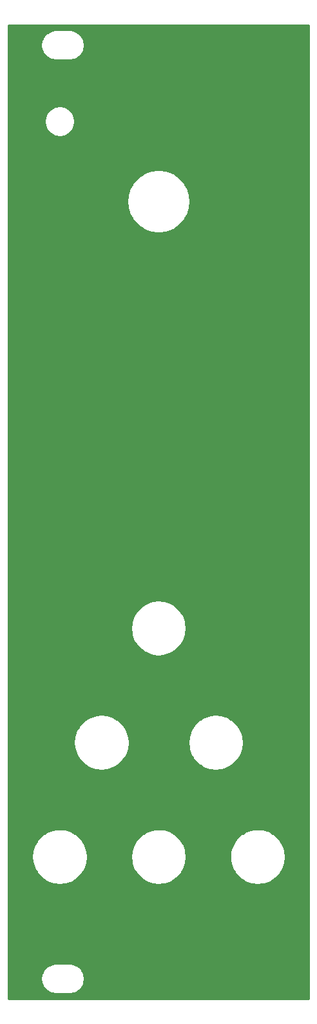
<source format=gbl>
G04 #@! TF.GenerationSoftware,KiCad,Pcbnew,(5.0.0-rc2)*
G04 #@! TF.CreationDate,2020-07-08T18:56:34+03:00*
G04 #@! TF.ProjectId,MODPNL2,4D4F44504E4C322E6B696361645F7063,rev?*
G04 #@! TF.SameCoordinates,PX2593240PY82a7440*
G04 #@! TF.FileFunction,Copper,L2,Bot,Signal*
G04 #@! TF.FilePolarity,Positive*
%FSLAX46Y46*%
G04 Gerber Fmt 4.6, Leading zero omitted, Abs format (unit mm)*
G04 Created by KiCad (PCBNEW (5.0.0-rc2)) date Wed Jul  8 18:56:34 2020*
%MOMM*%
%LPD*%
G01*
G04 APERTURE LIST*
G04 #@! TA.AperFunction,NonConductor*
%ADD10C,0.254000*%
G04 #@! TD*
G04 APERTURE END LIST*
D10*
G36*
X39823000Y377000D02*
X377000Y377000D01*
X377000Y3060540D01*
X4617764Y3060540D01*
X4617765Y3000000D01*
X4617764Y2939460D01*
X4617766Y2939454D01*
X4696074Y2445039D01*
X4696074Y2445033D01*
X4733490Y2329879D01*
X4960753Y1883850D01*
X5031923Y1785893D01*
X5031927Y1785890D01*
X5385893Y1431923D01*
X5483850Y1360753D01*
X5929879Y1133490D01*
X6045033Y1096074D01*
X6045039Y1096074D01*
X6531969Y1018951D01*
X6561888Y1013000D01*
X8438112Y1013000D01*
X8468035Y1018952D01*
X8954961Y1096074D01*
X8954967Y1096074D01*
X9070121Y1133490D01*
X9516150Y1360753D01*
X9614107Y1431923D01*
X9614110Y1431927D01*
X9968078Y1785894D01*
X10039247Y1883850D01*
X10266510Y2329879D01*
X10303926Y2445033D01*
X10303926Y2445039D01*
X10382234Y2939455D01*
X10382236Y2939460D01*
X10382236Y3060540D01*
X10382234Y3060545D01*
X10303926Y3554961D01*
X10303926Y3554967D01*
X10266510Y3670121D01*
X10039247Y4116150D01*
X9995131Y4176870D01*
X9968078Y4214106D01*
X9614110Y4568073D01*
X9614107Y4568077D01*
X9516150Y4639247D01*
X9070121Y4866510D01*
X8954967Y4903926D01*
X8954961Y4903926D01*
X8468035Y4981048D01*
X8438112Y4987000D01*
X6561888Y4987000D01*
X6531969Y4981049D01*
X6045039Y4903926D01*
X6045033Y4903926D01*
X5929879Y4866510D01*
X5483850Y4639247D01*
X5385894Y4568078D01*
X5031927Y4214110D01*
X5031923Y4214107D01*
X4960753Y4116150D01*
X4733490Y3670121D01*
X4696074Y3554967D01*
X4696074Y3554961D01*
X4617766Y3060546D01*
X4617764Y3060540D01*
X377000Y3060540D01*
X377000Y18948940D01*
X3443356Y18948940D01*
X3523000Y18318498D01*
X3523000Y18288490D01*
X3528454Y18275322D01*
X3545539Y18140085D01*
X3824382Y17373969D01*
X4041095Y17037697D01*
X4067565Y16973792D01*
X4108949Y16932408D01*
X4266028Y16688669D01*
X4848526Y16118245D01*
X5042359Y15998998D01*
X5073792Y15967565D01*
X5133969Y15942639D01*
X5542925Y15691047D01*
X6314713Y15428309D01*
X7125530Y15343089D01*
X7795683Y15423000D01*
X7811510Y15423000D01*
X7817908Y15425650D01*
X7935079Y15439622D01*
X8703123Y15713110D01*
X9062494Y15941174D01*
X9126208Y15967565D01*
X9164642Y16005999D01*
X9391490Y16149961D01*
X9965967Y16728463D01*
X10097330Y16938687D01*
X10132435Y16973792D01*
X10158329Y17036306D01*
X10398002Y17419862D01*
X10666121Y18189797D01*
X10751272Y18948940D01*
X16443356Y18948940D01*
X16523000Y18318498D01*
X16523000Y18288490D01*
X16528454Y18275322D01*
X16545539Y18140085D01*
X16824382Y17373969D01*
X17041095Y17037697D01*
X17067565Y16973792D01*
X17108949Y16932408D01*
X17266028Y16688669D01*
X17848526Y16118245D01*
X18042359Y15998998D01*
X18073792Y15967565D01*
X18133969Y15942639D01*
X18542925Y15691047D01*
X19314713Y15428309D01*
X20125530Y15343089D01*
X20795683Y15423000D01*
X20811510Y15423000D01*
X20817908Y15425650D01*
X20935079Y15439622D01*
X21703123Y15713110D01*
X22062494Y15941174D01*
X22126208Y15967565D01*
X22164642Y16005999D01*
X22391490Y16149961D01*
X22965967Y16728463D01*
X23097330Y16938687D01*
X23132435Y16973792D01*
X23158329Y17036306D01*
X23398002Y17419862D01*
X23666121Y18189797D01*
X23751272Y18948940D01*
X29443356Y18948940D01*
X29523000Y18318498D01*
X29523000Y18288490D01*
X29528454Y18275322D01*
X29545539Y18140085D01*
X29824382Y17373969D01*
X30041095Y17037697D01*
X30067565Y16973792D01*
X30108949Y16932408D01*
X30266028Y16688669D01*
X30848526Y16118245D01*
X31042359Y15998998D01*
X31073792Y15967565D01*
X31133969Y15942639D01*
X31542925Y15691047D01*
X32314713Y15428309D01*
X33125530Y15343089D01*
X33795683Y15423000D01*
X33811510Y15423000D01*
X33817908Y15425650D01*
X33935079Y15439622D01*
X34703123Y15713110D01*
X35062494Y15941174D01*
X35126208Y15967565D01*
X35164642Y16005999D01*
X35391490Y16149961D01*
X35965967Y16728463D01*
X36097330Y16938687D01*
X36132435Y16973792D01*
X36158329Y17036306D01*
X36398002Y17419862D01*
X36666121Y18189797D01*
X36757000Y19000000D01*
X36755574Y19102109D01*
X36677000Y19661195D01*
X36677000Y19711510D01*
X36666297Y19737348D01*
X36642109Y19909459D01*
X36352596Y20671607D01*
X36157990Y20964512D01*
X36132435Y21026208D01*
X36086442Y21072201D01*
X35901425Y21350674D01*
X35311019Y21912910D01*
X35149372Y22009271D01*
X35126208Y22032435D01*
X35074777Y22053738D01*
X34610723Y22330370D01*
X33835342Y22582307D01*
X33023414Y22656198D01*
X32429855Y22577000D01*
X32388490Y22577000D01*
X32368833Y22568858D01*
X32215292Y22548371D01*
X31451141Y22264186D01*
X31136993Y22058614D01*
X31073792Y22032435D01*
X31029874Y21988517D01*
X30768940Y21817767D01*
X30202597Y21231301D01*
X30095009Y21053652D01*
X30067565Y21026208D01*
X30044143Y20969662D01*
X29780258Y20533936D01*
X29522914Y19760333D01*
X29443356Y18948940D01*
X23751272Y18948940D01*
X23757000Y19000000D01*
X23755574Y19102109D01*
X23677000Y19661195D01*
X23677000Y19711510D01*
X23666297Y19737348D01*
X23642109Y19909459D01*
X23352596Y20671607D01*
X23157990Y20964512D01*
X23132435Y21026208D01*
X23086442Y21072201D01*
X22901425Y21350674D01*
X22311019Y21912910D01*
X22149372Y22009271D01*
X22126208Y22032435D01*
X22074777Y22053738D01*
X21610723Y22330370D01*
X20835342Y22582307D01*
X20023414Y22656198D01*
X19429855Y22577000D01*
X19388490Y22577000D01*
X19368833Y22568858D01*
X19215292Y22548371D01*
X18451141Y22264186D01*
X18136993Y22058614D01*
X18073792Y22032435D01*
X18029874Y21988517D01*
X17768940Y21817767D01*
X17202597Y21231301D01*
X17095009Y21053652D01*
X17067565Y21026208D01*
X17044143Y20969662D01*
X16780258Y20533936D01*
X16522914Y19760333D01*
X16443356Y18948940D01*
X10751272Y18948940D01*
X10757000Y19000000D01*
X10755574Y19102109D01*
X10677000Y19661195D01*
X10677000Y19711510D01*
X10666297Y19737348D01*
X10642109Y19909459D01*
X10352596Y20671607D01*
X10157990Y20964512D01*
X10132435Y21026208D01*
X10086442Y21072201D01*
X9901425Y21350674D01*
X9311019Y21912910D01*
X9149372Y22009271D01*
X9126208Y22032435D01*
X9074777Y22053738D01*
X8610723Y22330370D01*
X7835342Y22582307D01*
X7023414Y22656198D01*
X6429855Y22577000D01*
X6388490Y22577000D01*
X6368833Y22568858D01*
X6215292Y22548371D01*
X5451141Y22264186D01*
X5136993Y22058614D01*
X5073792Y22032435D01*
X5029874Y21988517D01*
X4768940Y21817767D01*
X4202597Y21231301D01*
X4095009Y21053652D01*
X4067565Y21026208D01*
X4044143Y20969662D01*
X3780258Y20533936D01*
X3522914Y19760333D01*
X3443356Y18948940D01*
X377000Y18948940D01*
X377000Y33948940D01*
X8943356Y33948940D01*
X9023000Y33318498D01*
X9023000Y33288490D01*
X9028454Y33275322D01*
X9045539Y33140085D01*
X9324382Y32373969D01*
X9541095Y32037697D01*
X9567565Y31973792D01*
X9608949Y31932408D01*
X9766028Y31688669D01*
X10348526Y31118245D01*
X10542359Y30998998D01*
X10573792Y30967565D01*
X10633969Y30942639D01*
X11042925Y30691047D01*
X11814713Y30428309D01*
X12625530Y30343089D01*
X13295683Y30423000D01*
X13311510Y30423000D01*
X13317908Y30425650D01*
X13435079Y30439622D01*
X14203123Y30713110D01*
X14562494Y30941174D01*
X14626208Y30967565D01*
X14664642Y31005999D01*
X14891490Y31149961D01*
X15465967Y31728463D01*
X15597330Y31938687D01*
X15632435Y31973792D01*
X15658329Y32036306D01*
X15898002Y32419862D01*
X16166121Y33189797D01*
X16251272Y33948940D01*
X23943356Y33948940D01*
X24023000Y33318498D01*
X24023000Y33288490D01*
X24028454Y33275322D01*
X24045539Y33140085D01*
X24324382Y32373969D01*
X24541095Y32037697D01*
X24567565Y31973792D01*
X24608949Y31932408D01*
X24766028Y31688669D01*
X25348526Y31118245D01*
X25542359Y30998998D01*
X25573792Y30967565D01*
X25633969Y30942639D01*
X26042925Y30691047D01*
X26814713Y30428309D01*
X27625530Y30343089D01*
X28295683Y30423000D01*
X28311510Y30423000D01*
X28317908Y30425650D01*
X28435079Y30439622D01*
X29203123Y30713110D01*
X29562494Y30941174D01*
X29626208Y30967565D01*
X29664642Y31005999D01*
X29891490Y31149961D01*
X30465967Y31728463D01*
X30597330Y31938687D01*
X30632435Y31973792D01*
X30658329Y32036306D01*
X30898002Y32419862D01*
X31166121Y33189797D01*
X31257000Y34000000D01*
X31255574Y34102109D01*
X31177000Y34661195D01*
X31177000Y34711510D01*
X31166297Y34737348D01*
X31142109Y34909459D01*
X30852596Y35671607D01*
X30657990Y35964512D01*
X30632435Y36026208D01*
X30586442Y36072201D01*
X30401425Y36350674D01*
X29811019Y36912910D01*
X29649372Y37009271D01*
X29626208Y37032435D01*
X29574777Y37053738D01*
X29110723Y37330370D01*
X28335342Y37582307D01*
X27523414Y37656198D01*
X26929855Y37577000D01*
X26888490Y37577000D01*
X26868833Y37568858D01*
X26715292Y37548371D01*
X25951141Y37264186D01*
X25636993Y37058614D01*
X25573792Y37032435D01*
X25529874Y36988517D01*
X25268940Y36817767D01*
X24702597Y36231301D01*
X24595009Y36053652D01*
X24567565Y36026208D01*
X24544143Y35969662D01*
X24280258Y35533936D01*
X24022914Y34760333D01*
X23943356Y33948940D01*
X16251272Y33948940D01*
X16257000Y34000000D01*
X16255574Y34102109D01*
X16177000Y34661195D01*
X16177000Y34711510D01*
X16166297Y34737348D01*
X16142109Y34909459D01*
X15852596Y35671607D01*
X15657990Y35964512D01*
X15632435Y36026208D01*
X15586442Y36072201D01*
X15401425Y36350674D01*
X14811019Y36912910D01*
X14649372Y37009271D01*
X14626208Y37032435D01*
X14574777Y37053738D01*
X14110723Y37330370D01*
X13335342Y37582307D01*
X12523414Y37656198D01*
X11929855Y37577000D01*
X11888490Y37577000D01*
X11868833Y37568858D01*
X11715292Y37548371D01*
X10951141Y37264186D01*
X10636993Y37058614D01*
X10573792Y37032435D01*
X10529874Y36988517D01*
X10268940Y36817767D01*
X9702597Y36231301D01*
X9595009Y36053652D01*
X9567565Y36026208D01*
X9544143Y35969662D01*
X9280258Y35533936D01*
X9022914Y34760333D01*
X8943356Y33948940D01*
X377000Y33948940D01*
X377000Y48948940D01*
X16443356Y48948940D01*
X16523000Y48318498D01*
X16523000Y48288490D01*
X16528454Y48275322D01*
X16545539Y48140085D01*
X16824382Y47373969D01*
X17041095Y47037697D01*
X17067565Y46973792D01*
X17108949Y46932408D01*
X17266028Y46688669D01*
X17848526Y46118245D01*
X18042359Y45998998D01*
X18073792Y45967565D01*
X18133969Y45942639D01*
X18542925Y45691047D01*
X19314713Y45428309D01*
X20125530Y45343089D01*
X20795683Y45423000D01*
X20811510Y45423000D01*
X20817908Y45425650D01*
X20935079Y45439622D01*
X21703123Y45713110D01*
X22062494Y45941174D01*
X22126208Y45967565D01*
X22164642Y46005999D01*
X22391490Y46149961D01*
X22965967Y46728463D01*
X23097330Y46938687D01*
X23132435Y46973792D01*
X23158329Y47036306D01*
X23398002Y47419862D01*
X23666121Y48189797D01*
X23757000Y49000000D01*
X23755574Y49102109D01*
X23677000Y49661195D01*
X23677000Y49711510D01*
X23666297Y49737348D01*
X23642109Y49909459D01*
X23352596Y50671607D01*
X23157990Y50964512D01*
X23132435Y51026208D01*
X23086442Y51072201D01*
X22901425Y51350674D01*
X22311019Y51912910D01*
X22149372Y52009271D01*
X22126208Y52032435D01*
X22074777Y52053738D01*
X21610723Y52330370D01*
X20835342Y52582307D01*
X20023414Y52656198D01*
X19429855Y52577000D01*
X19388490Y52577000D01*
X19368833Y52568858D01*
X19215292Y52548371D01*
X18451141Y52264186D01*
X18136993Y52058614D01*
X18073792Y52032435D01*
X18029874Y51988517D01*
X17768940Y51817767D01*
X17202597Y51231301D01*
X17095009Y51053652D01*
X17067565Y51026208D01*
X17044143Y50969662D01*
X16780258Y50533936D01*
X16522914Y49760333D01*
X16443356Y48948940D01*
X377000Y48948940D01*
X377000Y105000000D01*
X15943000Y105000000D01*
X16023000Y104238847D01*
X16023000Y104189034D01*
X16030016Y104172096D01*
X16033840Y104135711D01*
X16302392Y103309196D01*
X16603386Y102787859D01*
X16643686Y102690565D01*
X16681240Y102653011D01*
X16736916Y102556577D01*
X17318424Y101910747D01*
X17702689Y101631562D01*
X17790565Y101543686D01*
X17867504Y101511817D01*
X18021500Y101399932D01*
X18815416Y101046458D01*
X19176034Y100969806D01*
X19289034Y100923000D01*
X19396239Y100923000D01*
X19665475Y100865772D01*
X20534525Y100865772D01*
X20803761Y100923000D01*
X20910966Y100923000D01*
X21023966Y100969806D01*
X21384584Y101046458D01*
X22178500Y101399932D01*
X22332496Y101511817D01*
X22409435Y101543686D01*
X22497311Y101631562D01*
X22881576Y101910747D01*
X23463084Y102556577D01*
X23518760Y102653011D01*
X23556314Y102690565D01*
X23596614Y102787859D01*
X23897608Y103309196D01*
X24166160Y104135711D01*
X24169984Y104172096D01*
X24177000Y104189034D01*
X24177000Y104238847D01*
X24257000Y105000000D01*
X24177000Y105761153D01*
X24177000Y105810966D01*
X24169984Y105827904D01*
X24166160Y105864289D01*
X23897608Y106690804D01*
X23596614Y107212141D01*
X23556314Y107309435D01*
X23518760Y107346989D01*
X23463084Y107443423D01*
X22881576Y108089253D01*
X22497311Y108368438D01*
X22409435Y108456314D01*
X22332496Y108488183D01*
X22178500Y108600068D01*
X21384584Y108953542D01*
X21023966Y109030194D01*
X20910966Y109077000D01*
X20803761Y109077000D01*
X20534525Y109134228D01*
X19665475Y109134228D01*
X19396239Y109077000D01*
X19289034Y109077000D01*
X19176034Y109030194D01*
X18815416Y108953542D01*
X18021500Y108600068D01*
X17867504Y108488183D01*
X17790565Y108456314D01*
X17702689Y108368438D01*
X17318424Y108089253D01*
X16736916Y107443423D01*
X16681240Y107346989D01*
X16643686Y107309435D01*
X16603386Y107212141D01*
X16302392Y106690804D01*
X16033840Y105864289D01*
X16030016Y105827904D01*
X16023000Y105810966D01*
X16023000Y105761153D01*
X15943000Y105000000D01*
X377000Y105000000D01*
X377000Y115500000D01*
X5093000Y115500000D01*
X5191230Y114879803D01*
X5476303Y114320315D01*
X5920315Y113876303D01*
X6479803Y113591230D01*
X7100000Y113493000D01*
X7720197Y113591230D01*
X8279685Y113876303D01*
X8723697Y114320315D01*
X9008770Y114879803D01*
X9107000Y115500000D01*
X9008770Y116120197D01*
X8723697Y116679685D01*
X8279685Y117123697D01*
X7720197Y117408770D01*
X7100000Y117507000D01*
X6479803Y117408770D01*
X5920315Y117123697D01*
X5476303Y116679685D01*
X5191230Y116120197D01*
X5093000Y115500000D01*
X377000Y115500000D01*
X377000Y125560540D01*
X4617764Y125560540D01*
X4617765Y125500000D01*
X4617764Y125439460D01*
X4617766Y125439454D01*
X4696074Y124945039D01*
X4696074Y124945033D01*
X4733490Y124829879D01*
X4960753Y124383850D01*
X5031923Y124285893D01*
X5031927Y124285890D01*
X5385893Y123931923D01*
X5483850Y123860753D01*
X5929879Y123633490D01*
X6045033Y123596074D01*
X6045039Y123596074D01*
X6531969Y123518951D01*
X6561888Y123513000D01*
X8438112Y123513000D01*
X8468035Y123518952D01*
X8954961Y123596074D01*
X8954967Y123596074D01*
X9070121Y123633490D01*
X9516150Y123860753D01*
X9614107Y123931923D01*
X9614110Y123931927D01*
X9968078Y124285894D01*
X10039247Y124383850D01*
X10266510Y124829879D01*
X10303926Y124945033D01*
X10303926Y124945039D01*
X10382234Y125439455D01*
X10382236Y125439460D01*
X10382236Y125560540D01*
X10382234Y125560545D01*
X10303926Y126054961D01*
X10303926Y126054967D01*
X10266510Y126170121D01*
X10039247Y126616150D01*
X9995131Y126676870D01*
X9968078Y126714106D01*
X9614110Y127068073D01*
X9614107Y127068077D01*
X9516150Y127139247D01*
X9070121Y127366510D01*
X8954967Y127403926D01*
X8954961Y127403926D01*
X8468035Y127481048D01*
X8438112Y127487000D01*
X6561888Y127487000D01*
X6531969Y127481049D01*
X6045039Y127403926D01*
X6045033Y127403926D01*
X5929879Y127366510D01*
X5483850Y127139247D01*
X5385894Y127068078D01*
X5031927Y126714110D01*
X5031923Y126714107D01*
X4960753Y126616150D01*
X4733490Y126170121D01*
X4696074Y126054967D01*
X4696074Y126054961D01*
X4617766Y125560546D01*
X4617764Y125560540D01*
X377000Y125560540D01*
X376999Y128123000D01*
X39823001Y128123000D01*
X39823000Y377000D01*
X39823000Y377000D01*
G37*
X39823000Y377000D02*
X377000Y377000D01*
X377000Y3060540D01*
X4617764Y3060540D01*
X4617765Y3000000D01*
X4617764Y2939460D01*
X4617766Y2939454D01*
X4696074Y2445039D01*
X4696074Y2445033D01*
X4733490Y2329879D01*
X4960753Y1883850D01*
X5031923Y1785893D01*
X5031927Y1785890D01*
X5385893Y1431923D01*
X5483850Y1360753D01*
X5929879Y1133490D01*
X6045033Y1096074D01*
X6045039Y1096074D01*
X6531969Y1018951D01*
X6561888Y1013000D01*
X8438112Y1013000D01*
X8468035Y1018952D01*
X8954961Y1096074D01*
X8954967Y1096074D01*
X9070121Y1133490D01*
X9516150Y1360753D01*
X9614107Y1431923D01*
X9614110Y1431927D01*
X9968078Y1785894D01*
X10039247Y1883850D01*
X10266510Y2329879D01*
X10303926Y2445033D01*
X10303926Y2445039D01*
X10382234Y2939455D01*
X10382236Y2939460D01*
X10382236Y3060540D01*
X10382234Y3060545D01*
X10303926Y3554961D01*
X10303926Y3554967D01*
X10266510Y3670121D01*
X10039247Y4116150D01*
X9995131Y4176870D01*
X9968078Y4214106D01*
X9614110Y4568073D01*
X9614107Y4568077D01*
X9516150Y4639247D01*
X9070121Y4866510D01*
X8954967Y4903926D01*
X8954961Y4903926D01*
X8468035Y4981048D01*
X8438112Y4987000D01*
X6561888Y4987000D01*
X6531969Y4981049D01*
X6045039Y4903926D01*
X6045033Y4903926D01*
X5929879Y4866510D01*
X5483850Y4639247D01*
X5385894Y4568078D01*
X5031927Y4214110D01*
X5031923Y4214107D01*
X4960753Y4116150D01*
X4733490Y3670121D01*
X4696074Y3554967D01*
X4696074Y3554961D01*
X4617766Y3060546D01*
X4617764Y3060540D01*
X377000Y3060540D01*
X377000Y18948940D01*
X3443356Y18948940D01*
X3523000Y18318498D01*
X3523000Y18288490D01*
X3528454Y18275322D01*
X3545539Y18140085D01*
X3824382Y17373969D01*
X4041095Y17037697D01*
X4067565Y16973792D01*
X4108949Y16932408D01*
X4266028Y16688669D01*
X4848526Y16118245D01*
X5042359Y15998998D01*
X5073792Y15967565D01*
X5133969Y15942639D01*
X5542925Y15691047D01*
X6314713Y15428309D01*
X7125530Y15343089D01*
X7795683Y15423000D01*
X7811510Y15423000D01*
X7817908Y15425650D01*
X7935079Y15439622D01*
X8703123Y15713110D01*
X9062494Y15941174D01*
X9126208Y15967565D01*
X9164642Y16005999D01*
X9391490Y16149961D01*
X9965967Y16728463D01*
X10097330Y16938687D01*
X10132435Y16973792D01*
X10158329Y17036306D01*
X10398002Y17419862D01*
X10666121Y18189797D01*
X10751272Y18948940D01*
X16443356Y18948940D01*
X16523000Y18318498D01*
X16523000Y18288490D01*
X16528454Y18275322D01*
X16545539Y18140085D01*
X16824382Y17373969D01*
X17041095Y17037697D01*
X17067565Y16973792D01*
X17108949Y16932408D01*
X17266028Y16688669D01*
X17848526Y16118245D01*
X18042359Y15998998D01*
X18073792Y15967565D01*
X18133969Y15942639D01*
X18542925Y15691047D01*
X19314713Y15428309D01*
X20125530Y15343089D01*
X20795683Y15423000D01*
X20811510Y15423000D01*
X20817908Y15425650D01*
X20935079Y15439622D01*
X21703123Y15713110D01*
X22062494Y15941174D01*
X22126208Y15967565D01*
X22164642Y16005999D01*
X22391490Y16149961D01*
X22965967Y16728463D01*
X23097330Y16938687D01*
X23132435Y16973792D01*
X23158329Y17036306D01*
X23398002Y17419862D01*
X23666121Y18189797D01*
X23751272Y18948940D01*
X29443356Y18948940D01*
X29523000Y18318498D01*
X29523000Y18288490D01*
X29528454Y18275322D01*
X29545539Y18140085D01*
X29824382Y17373969D01*
X30041095Y17037697D01*
X30067565Y16973792D01*
X30108949Y16932408D01*
X30266028Y16688669D01*
X30848526Y16118245D01*
X31042359Y15998998D01*
X31073792Y15967565D01*
X31133969Y15942639D01*
X31542925Y15691047D01*
X32314713Y15428309D01*
X33125530Y15343089D01*
X33795683Y15423000D01*
X33811510Y15423000D01*
X33817908Y15425650D01*
X33935079Y15439622D01*
X34703123Y15713110D01*
X35062494Y15941174D01*
X35126208Y15967565D01*
X35164642Y16005999D01*
X35391490Y16149961D01*
X35965967Y16728463D01*
X36097330Y16938687D01*
X36132435Y16973792D01*
X36158329Y17036306D01*
X36398002Y17419862D01*
X36666121Y18189797D01*
X36757000Y19000000D01*
X36755574Y19102109D01*
X36677000Y19661195D01*
X36677000Y19711510D01*
X36666297Y19737348D01*
X36642109Y19909459D01*
X36352596Y20671607D01*
X36157990Y20964512D01*
X36132435Y21026208D01*
X36086442Y21072201D01*
X35901425Y21350674D01*
X35311019Y21912910D01*
X35149372Y22009271D01*
X35126208Y22032435D01*
X35074777Y22053738D01*
X34610723Y22330370D01*
X33835342Y22582307D01*
X33023414Y22656198D01*
X32429855Y22577000D01*
X32388490Y22577000D01*
X32368833Y22568858D01*
X32215292Y22548371D01*
X31451141Y22264186D01*
X31136993Y22058614D01*
X31073792Y22032435D01*
X31029874Y21988517D01*
X30768940Y21817767D01*
X30202597Y21231301D01*
X30095009Y21053652D01*
X30067565Y21026208D01*
X30044143Y20969662D01*
X29780258Y20533936D01*
X29522914Y19760333D01*
X29443356Y18948940D01*
X23751272Y18948940D01*
X23757000Y19000000D01*
X23755574Y19102109D01*
X23677000Y19661195D01*
X23677000Y19711510D01*
X23666297Y19737348D01*
X23642109Y19909459D01*
X23352596Y20671607D01*
X23157990Y20964512D01*
X23132435Y21026208D01*
X23086442Y21072201D01*
X22901425Y21350674D01*
X22311019Y21912910D01*
X22149372Y22009271D01*
X22126208Y22032435D01*
X22074777Y22053738D01*
X21610723Y22330370D01*
X20835342Y22582307D01*
X20023414Y22656198D01*
X19429855Y22577000D01*
X19388490Y22577000D01*
X19368833Y22568858D01*
X19215292Y22548371D01*
X18451141Y22264186D01*
X18136993Y22058614D01*
X18073792Y22032435D01*
X18029874Y21988517D01*
X17768940Y21817767D01*
X17202597Y21231301D01*
X17095009Y21053652D01*
X17067565Y21026208D01*
X17044143Y20969662D01*
X16780258Y20533936D01*
X16522914Y19760333D01*
X16443356Y18948940D01*
X10751272Y18948940D01*
X10757000Y19000000D01*
X10755574Y19102109D01*
X10677000Y19661195D01*
X10677000Y19711510D01*
X10666297Y19737348D01*
X10642109Y19909459D01*
X10352596Y20671607D01*
X10157990Y20964512D01*
X10132435Y21026208D01*
X10086442Y21072201D01*
X9901425Y21350674D01*
X9311019Y21912910D01*
X9149372Y22009271D01*
X9126208Y22032435D01*
X9074777Y22053738D01*
X8610723Y22330370D01*
X7835342Y22582307D01*
X7023414Y22656198D01*
X6429855Y22577000D01*
X6388490Y22577000D01*
X6368833Y22568858D01*
X6215292Y22548371D01*
X5451141Y22264186D01*
X5136993Y22058614D01*
X5073792Y22032435D01*
X5029874Y21988517D01*
X4768940Y21817767D01*
X4202597Y21231301D01*
X4095009Y21053652D01*
X4067565Y21026208D01*
X4044143Y20969662D01*
X3780258Y20533936D01*
X3522914Y19760333D01*
X3443356Y18948940D01*
X377000Y18948940D01*
X377000Y33948940D01*
X8943356Y33948940D01*
X9023000Y33318498D01*
X9023000Y33288490D01*
X9028454Y33275322D01*
X9045539Y33140085D01*
X9324382Y32373969D01*
X9541095Y32037697D01*
X9567565Y31973792D01*
X9608949Y31932408D01*
X9766028Y31688669D01*
X10348526Y31118245D01*
X10542359Y30998998D01*
X10573792Y30967565D01*
X10633969Y30942639D01*
X11042925Y30691047D01*
X11814713Y30428309D01*
X12625530Y30343089D01*
X13295683Y30423000D01*
X13311510Y30423000D01*
X13317908Y30425650D01*
X13435079Y30439622D01*
X14203123Y30713110D01*
X14562494Y30941174D01*
X14626208Y30967565D01*
X14664642Y31005999D01*
X14891490Y31149961D01*
X15465967Y31728463D01*
X15597330Y31938687D01*
X15632435Y31973792D01*
X15658329Y32036306D01*
X15898002Y32419862D01*
X16166121Y33189797D01*
X16251272Y33948940D01*
X23943356Y33948940D01*
X24023000Y33318498D01*
X24023000Y33288490D01*
X24028454Y33275322D01*
X24045539Y33140085D01*
X24324382Y32373969D01*
X24541095Y32037697D01*
X24567565Y31973792D01*
X24608949Y31932408D01*
X24766028Y31688669D01*
X25348526Y31118245D01*
X25542359Y30998998D01*
X25573792Y30967565D01*
X25633969Y30942639D01*
X26042925Y30691047D01*
X26814713Y30428309D01*
X27625530Y30343089D01*
X28295683Y30423000D01*
X28311510Y30423000D01*
X28317908Y30425650D01*
X28435079Y30439622D01*
X29203123Y30713110D01*
X29562494Y30941174D01*
X29626208Y30967565D01*
X29664642Y31005999D01*
X29891490Y31149961D01*
X30465967Y31728463D01*
X30597330Y31938687D01*
X30632435Y31973792D01*
X30658329Y32036306D01*
X30898002Y32419862D01*
X31166121Y33189797D01*
X31257000Y34000000D01*
X31255574Y34102109D01*
X31177000Y34661195D01*
X31177000Y34711510D01*
X31166297Y34737348D01*
X31142109Y34909459D01*
X30852596Y35671607D01*
X30657990Y35964512D01*
X30632435Y36026208D01*
X30586442Y36072201D01*
X30401425Y36350674D01*
X29811019Y36912910D01*
X29649372Y37009271D01*
X29626208Y37032435D01*
X29574777Y37053738D01*
X29110723Y37330370D01*
X28335342Y37582307D01*
X27523414Y37656198D01*
X26929855Y37577000D01*
X26888490Y37577000D01*
X26868833Y37568858D01*
X26715292Y37548371D01*
X25951141Y37264186D01*
X25636993Y37058614D01*
X25573792Y37032435D01*
X25529874Y36988517D01*
X25268940Y36817767D01*
X24702597Y36231301D01*
X24595009Y36053652D01*
X24567565Y36026208D01*
X24544143Y35969662D01*
X24280258Y35533936D01*
X24022914Y34760333D01*
X23943356Y33948940D01*
X16251272Y33948940D01*
X16257000Y34000000D01*
X16255574Y34102109D01*
X16177000Y34661195D01*
X16177000Y34711510D01*
X16166297Y34737348D01*
X16142109Y34909459D01*
X15852596Y35671607D01*
X15657990Y35964512D01*
X15632435Y36026208D01*
X15586442Y36072201D01*
X15401425Y36350674D01*
X14811019Y36912910D01*
X14649372Y37009271D01*
X14626208Y37032435D01*
X14574777Y37053738D01*
X14110723Y37330370D01*
X13335342Y37582307D01*
X12523414Y37656198D01*
X11929855Y37577000D01*
X11888490Y37577000D01*
X11868833Y37568858D01*
X11715292Y37548371D01*
X10951141Y37264186D01*
X10636993Y37058614D01*
X10573792Y37032435D01*
X10529874Y36988517D01*
X10268940Y36817767D01*
X9702597Y36231301D01*
X9595009Y36053652D01*
X9567565Y36026208D01*
X9544143Y35969662D01*
X9280258Y35533936D01*
X9022914Y34760333D01*
X8943356Y33948940D01*
X377000Y33948940D01*
X377000Y48948940D01*
X16443356Y48948940D01*
X16523000Y48318498D01*
X16523000Y48288490D01*
X16528454Y48275322D01*
X16545539Y48140085D01*
X16824382Y47373969D01*
X17041095Y47037697D01*
X17067565Y46973792D01*
X17108949Y46932408D01*
X17266028Y46688669D01*
X17848526Y46118245D01*
X18042359Y45998998D01*
X18073792Y45967565D01*
X18133969Y45942639D01*
X18542925Y45691047D01*
X19314713Y45428309D01*
X20125530Y45343089D01*
X20795683Y45423000D01*
X20811510Y45423000D01*
X20817908Y45425650D01*
X20935079Y45439622D01*
X21703123Y45713110D01*
X22062494Y45941174D01*
X22126208Y45967565D01*
X22164642Y46005999D01*
X22391490Y46149961D01*
X22965967Y46728463D01*
X23097330Y46938687D01*
X23132435Y46973792D01*
X23158329Y47036306D01*
X23398002Y47419862D01*
X23666121Y48189797D01*
X23757000Y49000000D01*
X23755574Y49102109D01*
X23677000Y49661195D01*
X23677000Y49711510D01*
X23666297Y49737348D01*
X23642109Y49909459D01*
X23352596Y50671607D01*
X23157990Y50964512D01*
X23132435Y51026208D01*
X23086442Y51072201D01*
X22901425Y51350674D01*
X22311019Y51912910D01*
X22149372Y52009271D01*
X22126208Y52032435D01*
X22074777Y52053738D01*
X21610723Y52330370D01*
X20835342Y52582307D01*
X20023414Y52656198D01*
X19429855Y52577000D01*
X19388490Y52577000D01*
X19368833Y52568858D01*
X19215292Y52548371D01*
X18451141Y52264186D01*
X18136993Y52058614D01*
X18073792Y52032435D01*
X18029874Y51988517D01*
X17768940Y51817767D01*
X17202597Y51231301D01*
X17095009Y51053652D01*
X17067565Y51026208D01*
X17044143Y50969662D01*
X16780258Y50533936D01*
X16522914Y49760333D01*
X16443356Y48948940D01*
X377000Y48948940D01*
X377000Y105000000D01*
X15943000Y105000000D01*
X16023000Y104238847D01*
X16023000Y104189034D01*
X16030016Y104172096D01*
X16033840Y104135711D01*
X16302392Y103309196D01*
X16603386Y102787859D01*
X16643686Y102690565D01*
X16681240Y102653011D01*
X16736916Y102556577D01*
X17318424Y101910747D01*
X17702689Y101631562D01*
X17790565Y101543686D01*
X17867504Y101511817D01*
X18021500Y101399932D01*
X18815416Y101046458D01*
X19176034Y100969806D01*
X19289034Y100923000D01*
X19396239Y100923000D01*
X19665475Y100865772D01*
X20534525Y100865772D01*
X20803761Y100923000D01*
X20910966Y100923000D01*
X21023966Y100969806D01*
X21384584Y101046458D01*
X22178500Y101399932D01*
X22332496Y101511817D01*
X22409435Y101543686D01*
X22497311Y101631562D01*
X22881576Y101910747D01*
X23463084Y102556577D01*
X23518760Y102653011D01*
X23556314Y102690565D01*
X23596614Y102787859D01*
X23897608Y103309196D01*
X24166160Y104135711D01*
X24169984Y104172096D01*
X24177000Y104189034D01*
X24177000Y104238847D01*
X24257000Y105000000D01*
X24177000Y105761153D01*
X24177000Y105810966D01*
X24169984Y105827904D01*
X24166160Y105864289D01*
X23897608Y106690804D01*
X23596614Y107212141D01*
X23556314Y107309435D01*
X23518760Y107346989D01*
X23463084Y107443423D01*
X22881576Y108089253D01*
X22497311Y108368438D01*
X22409435Y108456314D01*
X22332496Y108488183D01*
X22178500Y108600068D01*
X21384584Y108953542D01*
X21023966Y109030194D01*
X20910966Y109077000D01*
X20803761Y109077000D01*
X20534525Y109134228D01*
X19665475Y109134228D01*
X19396239Y109077000D01*
X19289034Y109077000D01*
X19176034Y109030194D01*
X18815416Y108953542D01*
X18021500Y108600068D01*
X17867504Y108488183D01*
X17790565Y108456314D01*
X17702689Y108368438D01*
X17318424Y108089253D01*
X16736916Y107443423D01*
X16681240Y107346989D01*
X16643686Y107309435D01*
X16603386Y107212141D01*
X16302392Y106690804D01*
X16033840Y105864289D01*
X16030016Y105827904D01*
X16023000Y105810966D01*
X16023000Y105761153D01*
X15943000Y105000000D01*
X377000Y105000000D01*
X377000Y115500000D01*
X5093000Y115500000D01*
X5191230Y114879803D01*
X5476303Y114320315D01*
X5920315Y113876303D01*
X6479803Y113591230D01*
X7100000Y113493000D01*
X7720197Y113591230D01*
X8279685Y113876303D01*
X8723697Y114320315D01*
X9008770Y114879803D01*
X9107000Y115500000D01*
X9008770Y116120197D01*
X8723697Y116679685D01*
X8279685Y117123697D01*
X7720197Y117408770D01*
X7100000Y117507000D01*
X6479803Y117408770D01*
X5920315Y117123697D01*
X5476303Y116679685D01*
X5191230Y116120197D01*
X5093000Y115500000D01*
X377000Y115500000D01*
X377000Y125560540D01*
X4617764Y125560540D01*
X4617765Y125500000D01*
X4617764Y125439460D01*
X4617766Y125439454D01*
X4696074Y124945039D01*
X4696074Y124945033D01*
X4733490Y124829879D01*
X4960753Y124383850D01*
X5031923Y124285893D01*
X5031927Y124285890D01*
X5385893Y123931923D01*
X5483850Y123860753D01*
X5929879Y123633490D01*
X6045033Y123596074D01*
X6045039Y123596074D01*
X6531969Y123518951D01*
X6561888Y123513000D01*
X8438112Y123513000D01*
X8468035Y123518952D01*
X8954961Y123596074D01*
X8954967Y123596074D01*
X9070121Y123633490D01*
X9516150Y123860753D01*
X9614107Y123931923D01*
X9614110Y123931927D01*
X9968078Y124285894D01*
X10039247Y124383850D01*
X10266510Y124829879D01*
X10303926Y124945033D01*
X10303926Y124945039D01*
X10382234Y125439455D01*
X10382236Y125439460D01*
X10382236Y125560540D01*
X10382234Y125560545D01*
X10303926Y126054961D01*
X10303926Y126054967D01*
X10266510Y126170121D01*
X10039247Y126616150D01*
X9995131Y126676870D01*
X9968078Y126714106D01*
X9614110Y127068073D01*
X9614107Y127068077D01*
X9516150Y127139247D01*
X9070121Y127366510D01*
X8954967Y127403926D01*
X8954961Y127403926D01*
X8468035Y127481048D01*
X8438112Y127487000D01*
X6561888Y127487000D01*
X6531969Y127481049D01*
X6045039Y127403926D01*
X6045033Y127403926D01*
X5929879Y127366510D01*
X5483850Y127139247D01*
X5385894Y127068078D01*
X5031927Y126714110D01*
X5031923Y126714107D01*
X4960753Y126616150D01*
X4733490Y126170121D01*
X4696074Y126054967D01*
X4696074Y126054961D01*
X4617766Y125560546D01*
X4617764Y125560540D01*
X377000Y125560540D01*
X376999Y128123000D01*
X39823001Y128123000D01*
X39823000Y377000D01*
M02*

</source>
